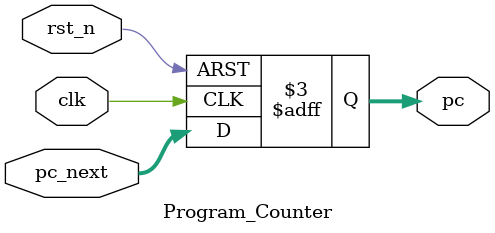
<source format=v>
module Program_Counter(
    input        clk,
    input        rst_n,
    input [31:0] pc_next,
    output reg [31:0] pc
);
    always @(posedge clk or negedge rst_n) begin
        if (!rst_n) pc <= 0;
        else pc <= pc_next;
    end
endmodule


</source>
